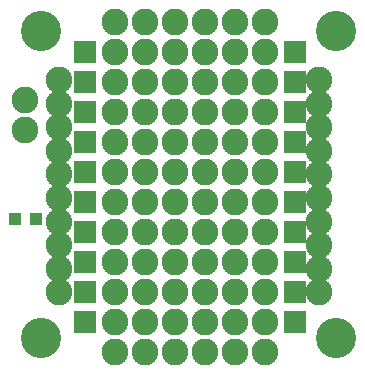
<source format=gbs>
%FSLAX34Y34*%
G04 Gerber Fmt 3.4, Leading zero omitted, Abs format*
G04 (created by PCBNEW (2013-11-13 BZR 4466)-product) date Fri 22 Nov 2013 08:51:14 EST*
%MOIN*%
G01*
G70*
G90*
G04 APERTURE LIST*
%ADD10C,0.005906*%
%ADD11R,0.076000X0.076000*%
%ADD12C,0.134110*%
%ADD13C,0.089200*%
%ADD14R,0.043559X0.043559*%
G04 APERTURE END LIST*
G54D10*
G54D11*
X2503Y6540D03*
X2503Y7540D03*
X2503Y8540D03*
X2503Y9540D03*
X2503Y10540D03*
X2503Y11540D03*
X2503Y12540D03*
X2503Y13540D03*
X2503Y14540D03*
X2503Y15540D03*
X9503Y6540D03*
X9503Y7540D03*
X9503Y8540D03*
X9503Y9540D03*
X9503Y10540D03*
X9503Y11540D03*
X9503Y12540D03*
X9503Y13540D03*
X9503Y14540D03*
X9503Y15540D03*
G54D12*
X1047Y16232D03*
X10889Y16232D03*
X1047Y5996D03*
X10889Y5996D03*
G54D13*
X1637Y14600D03*
X1637Y13813D03*
X1637Y13025D03*
X1637Y12238D03*
X1637Y11451D03*
X1637Y10663D03*
X1637Y9876D03*
X1637Y9088D03*
X1637Y8301D03*
X1637Y7514D03*
X10299Y7514D03*
X10299Y8301D03*
X10299Y9088D03*
X10299Y9876D03*
X10299Y10663D03*
X10299Y11451D03*
X10299Y12238D03*
X10299Y13025D03*
X10299Y13813D03*
X10299Y14600D03*
X8503Y6540D03*
X7503Y6540D03*
X6503Y6540D03*
X6503Y7540D03*
X5503Y7540D03*
X5503Y6540D03*
X4503Y7540D03*
X3503Y7540D03*
X3503Y6540D03*
X4503Y6540D03*
X8503Y8540D03*
X7503Y8540D03*
X6503Y8540D03*
X5503Y8540D03*
X4503Y8540D03*
X3503Y8540D03*
X8503Y9540D03*
X5503Y9540D03*
X8503Y11540D03*
X3503Y12540D03*
X5503Y11540D03*
X4503Y11540D03*
X5503Y12540D03*
X4503Y12540D03*
X4503Y9540D03*
X7503Y11540D03*
X6503Y11540D03*
X7503Y9540D03*
X3503Y11540D03*
X6503Y9540D03*
X3503Y9540D03*
X8503Y10540D03*
X6503Y12540D03*
X6503Y10540D03*
X3503Y10540D03*
X7503Y10540D03*
X4503Y10540D03*
X8503Y7540D03*
X7503Y7540D03*
X5503Y10540D03*
X7503Y12540D03*
X4503Y14540D03*
X7503Y15540D03*
X5503Y15540D03*
X3503Y15540D03*
X3503Y14540D03*
X3503Y13540D03*
X8503Y12540D03*
X5503Y14540D03*
X8503Y15540D03*
X4503Y15540D03*
X6503Y14540D03*
X7503Y14540D03*
X4503Y13540D03*
X8503Y14540D03*
X8503Y13540D03*
X6503Y15540D03*
X6503Y13540D03*
X5503Y13540D03*
X7503Y13540D03*
G54D14*
X185Y9948D03*
X893Y9952D03*
G54D13*
X503Y13940D03*
X503Y12940D03*
X8503Y5540D03*
X4503Y5540D03*
X3503Y5540D03*
X7503Y5540D03*
X6503Y5540D03*
X5503Y5540D03*
X5503Y16540D03*
X4503Y16540D03*
X8503Y16540D03*
X7503Y16540D03*
X6503Y16540D03*
X3503Y16540D03*
M02*

</source>
